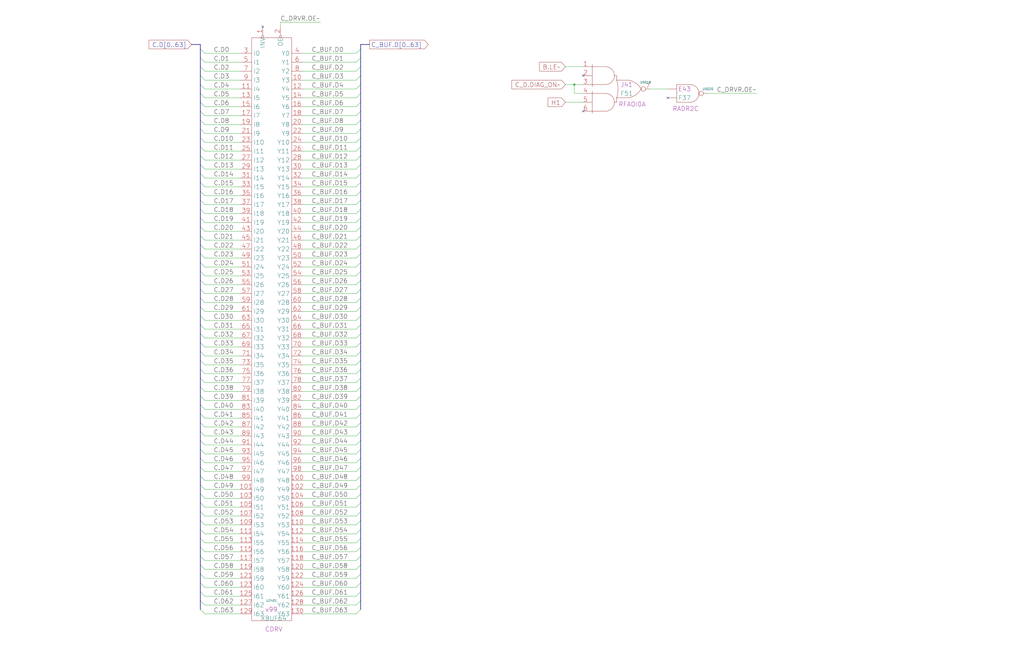
<source format=kicad_sch>
(kicad_sch (version 20230121) (generator eeschema)
  (paper "User" 584.2 378.46)
  (title_block (title "C BUS DRIVER") (date "22-MAR-90") (rev "1.0") (comment 1 "VALUE") (comment 2 "232-003063") (comment 3 "S400") (comment 4 "RELEASED"))
  (lib_symbols
    (symbol "r1000:F37" (pin_numbers hide) (pin_names (offset 0) hide)
      (property "Reference" "U" (at 15.24 0 0))
      (property "Value" "F37" (at 1.905 -5.08 0))
      (property "Location" "___" (at 1.905 0 0))
      (property "Name" "______" (at 2.54 -12.7 0))
      (symbol "F37_0_1"
        (polyline (pts (xy -2.54 -7.62) (xy 5.08 -7.62)) (stroke (width 0.1524)))
        (polyline (pts (xy -2.54 2.54) (xy -2.54 -7.62)) (stroke (width 0.1524)))
        (polyline (pts (xy -2.54 2.54) (xy 5.08 2.54)) (stroke (width 0.1524)))
        (arc (start 5.08 -7.62) (mid 10.1282 -2.54) (end 5.08 2.54) (stroke (width 0.1524)))
        (circle (center 11.43 -2.54) (radius 1.27) (stroke (width 0.1524)))
      )
      (symbol "F37_0_2"
        (circle (center -3.81 -5.08) (radius 1.27) (stroke (width 0.1524)))
        (circle (center -3.81 0) (radius 1.27) (stroke (width 0.1524)))
        (arc (start -3.175 -7.62) (mid -2.134 -2.54) (end -3.175 2.54) (stroke (width 0.1524)))
        (polyline (pts (xy -3.175 -7.62) (xy 3.81 -7.62)) (stroke (width 0.1524)))
        (polyline (pts (xy -3.175 2.54) (xy 3.81 2.54)) (stroke (width 0.1524)))
        (arc (start 3.81 -7.62) (mid 7.5855 -5.8306) (end 10.16 -2.54) (stroke (width 0.1524)))
        (arc (start 10.16 -2.54) (mid 7.5827 0.7471) (end 3.81 2.54) (stroke (width 0.1524)))
      )
      (symbol "F37_1_1"
        (pin input line (at -7.62 0 0) (length 5.08) (name "D0") (number "1"))
        (pin input line (at -7.62 -5.08 0) (length 5.08) (name "D1") (number "2"))
        (pin output line (at 15.24 -2.54 180) (length 2.54) (name "Q") (number "3"))
      )
      (symbol "F37_1_2"
        (pin input line (at -7.62 0 0) (length 2.54) (name "D0") (number "1"))
        (pin input line (at -7.62 -5.08 0) (length 2.54) (name "D1") (number "2"))
        (pin output line (at 15.24 -2.54 180) (length 5.08) (name "Q") (number "3"))
      )
    )
    (symbol "r1000:F51" (pin_names hide)
      (property "Reference" "U" (at 12.7 1.27 0))
      (property "Value" "F51" (at 1.905 -5.08 0))
      (property "Location" "___" (at 1.905 0 0))
      (property "Name" "______" (at 5.08 -12.7 0))
      (symbol "F51_0_0"
        (arc (start -10.16 -15.24) (mid -6.5679 -13.7521) (end -5.08 -10.16) (stroke (width 0.1524)))
        (arc (start -10.16 0) (mid -6.5679 1.4879) (end -5.08 5.08) (stroke (width 0.1524)))
        (arc (start -5.08 -10.16) (mid -6.5679 -6.5679) (end -10.16 -5.08) (stroke (width 0.1524)))
        (arc (start -5.08 5.08) (mid -6.5679 8.6721) (end -10.16 10.16) (stroke (width 0.1524)))
        (arc (start -3.8173 -7.62) (mid -2.9926 -2.54) (end -3.8173 2.54) (stroke (width 0.1524)))
        (polyline (pts (xy -20.32 -15.24) (xy -17.78 -15.24)) (stroke (width 0.1524)))
        (polyline (pts (xy -20.32 -10.16) (xy -17.78 -10.16)) (stroke (width 0.1524)))
        (polyline (pts (xy -20.32 -5.08) (xy -17.78 -5.08)) (stroke (width 0.1524)))
        (polyline (pts (xy -20.32 0) (xy -17.78 0)) (stroke (width 0.1524)))
        (polyline (pts (xy -20.32 5.08) (xy -17.78 5.08)) (stroke (width 0.1524)))
        (polyline (pts (xy -20.32 10.16) (xy -17.78 10.16)) (stroke (width 0.1524)))
        (polyline (pts (xy -17.78 -3.81) (xy -17.78 -16.51)) (stroke (width 0.1524)))
        (polyline (pts (xy -17.78 11.43) (xy -17.78 -1.27)) (stroke (width 0.1524)))
        (polyline (pts (xy -10.16 -15.24) (xy -17.78 -15.24)) (stroke (width 0.1524)))
        (polyline (pts (xy -10.16 -5.08) (xy -17.78 -5.08)) (stroke (width 0.1524)))
        (polyline (pts (xy -10.16 0) (xy -17.78 0)) (stroke (width 0.1524)))
        (polyline (pts (xy -10.16 10.16) (xy -17.78 10.16)) (stroke (width 0.1524)))
        (polyline (pts (xy -3.81 -7.62) (xy 2.54 -7.62)) (stroke (width 0.1524)))
        (polyline (pts (xy -3.81 2.54) (xy 2.54 2.54)) (stroke (width 0.1524)))
        (polyline (pts (xy -5.08 -10.16) (xy -3.81 -10.16) (xy -3.81 -7.62)) (stroke (width 0.1524)))
        (polyline (pts (xy -5.08 5.08) (xy -3.81 5.08) (xy -3.81 2.54)) (stroke (width 0.1524)))
        (arc (start 2.54 -7.62) (mid 6.9504 -5.9805) (end 10.16 -2.54) (stroke (width 0.1524)))
        (arc (start 10.16 -2.54) (mid 6.9516 0.9024) (end 2.54 2.54) (stroke (width 0.1524)))
        (circle (center 11.43 -2.54) (radius 1.27) (stroke (width 0.1524)))
      )
      (symbol "F51_1_1"
        (pin input line (at -22.86 10.16 0) (length 2.54) (name "A1") (number "1"))
        (pin input line (at -22.86 5.08 0) (length 2.54) (name "A2") (number "2"))
        (pin input line (at -22.86 0 0) (length 2.54) (name "A3") (number "3"))
        (pin input line (at -22.86 -5.08 0) (length 2.54) (name "B1") (number "4"))
        (pin input line (at -22.86 -10.16 0) (length 2.54) (name "B2") (number "5"))
        (pin input line (at -22.86 -15.24 0) (length 2.54) (name "B3") (number "6"))
        (pin output line (at 15.24 -2.54 180) (length 2.54) (name "Q") (number "7"))
      )
    )
    (symbol "r1000:XBUF64" (pin_names (offset 1.016))
      (property "Reference" "U" (at 2.54 5.08 0))
      (property "Value" "XBUF64" (at -3.81 -5.08 0))
      (property "Location" "___" (at -1.27 0 0))
      (property "Name" "______" (at 3.81 -12.7 0))
      (symbol "XBUF64_1_1"
        (rectangle (start -8.89 326.39) (end 13.97 -6.35))
        (circle (center -2.54 327.025) (radius 0.635))
        (circle (center 7.62 327.025) (radius 0.635))
        (pin input line (at -2.54 332.74 270) (length 5.08) (name "INV") (number "1"))
        (pin tri_state line (at 20.32 302.26 180) (length 6.35) (name "Y3") (number "10"))
        (pin tri_state line (at 20.32 73.66 180) (length 6.35) (name "Y48") (number "100"))
        (pin input line (at -15.24 68.58 0) (length 6.35) (name "I49") (number "101"))
        (pin tri_state line (at 20.32 68.58 180) (length 6.35) (name "Y49") (number "102"))
        (pin input line (at -15.24 63.5 0) (length 6.35) (name "I50") (number "103"))
        (pin tri_state line (at 20.32 63.5 180) (length 6.35) (name "Y50") (number "104"))
        (pin input line (at -15.24 58.42 0) (length 6.35) (name "I51") (number "105"))
        (pin tri_state line (at 20.32 58.42 180) (length 6.35) (name "Y51") (number "106"))
        (pin input line (at -15.24 53.34 0) (length 6.35) (name "I52") (number "107"))
        (pin tri_state line (at 20.32 53.34 180) (length 6.35) (name "Y52") (number "108"))
        (pin input line (at -15.24 48.26 0) (length 6.35) (name "I53") (number "109"))
        (pin input line (at -15.24 297.18 0) (length 6.35) (name "I4") (number "11"))
        (pin tri_state line (at 20.32 48.26 180) (length 6.35) (name "Y53") (number "110"))
        (pin input line (at -15.24 43.18 0) (length 6.35) (name "I54") (number "111"))
        (pin tri_state line (at 20.32 43.18 180) (length 6.35) (name "Y54") (number "112"))
        (pin input line (at -15.24 38.1 0) (length 6.35) (name "I55") (number "113"))
        (pin tri_state line (at 20.32 38.1 180) (length 6.35) (name "Y55") (number "114"))
        (pin input line (at -15.24 33.02 0) (length 6.35) (name "I56") (number "115"))
        (pin tri_state line (at 20.32 33.02 180) (length 6.35) (name "Y56") (number "116"))
        (pin input line (at -15.24 27.94 0) (length 6.35) (name "I57") (number "117"))
        (pin tri_state line (at 20.32 27.94 180) (length 6.35) (name "Y57") (number "118"))
        (pin input line (at -15.24 22.86 0) (length 6.35) (name "I58") (number "119"))
        (pin tri_state line (at 20.32 297.18 180) (length 6.35) (name "Y4") (number "12"))
        (pin tri_state line (at 20.32 22.86 180) (length 6.35) (name "Y58") (number "120"))
        (pin input line (at -15.24 17.78 0) (length 6.35) (name "I59") (number "121"))
        (pin tri_state line (at 20.32 17.78 180) (length 6.35) (name "Y59") (number "122"))
        (pin input line (at -15.24 12.7 0) (length 6.35) (name "I60") (number "123"))
        (pin tri_state line (at 20.32 12.7 180) (length 6.35) (name "Y60") (number "124"))
        (pin input line (at -15.24 7.62 0) (length 6.35) (name "I61") (number "125"))
        (pin tri_state line (at 20.32 7.62 180) (length 6.35) (name "Y61") (number "126"))
        (pin input line (at -15.24 2.54 0) (length 6.35) (name "I62") (number "127"))
        (pin tri_state line (at 20.32 2.54 180) (length 6.35) (name "Y62") (number "128"))
        (pin input line (at -15.24 -2.54 0) (length 6.35) (name "I63") (number "129"))
        (pin input line (at -15.24 292.1 0) (length 6.35) (name "I5") (number "13"))
        (pin tri_state line (at 20.32 -2.54 180) (length 6.35) (name "Y63") (number "130"))
        (pin tri_state line (at 20.32 292.1 180) (length 6.35) (name "Y5") (number "14"))
        (pin input line (at -15.24 287.02 0) (length 6.35) (name "I6") (number "15"))
        (pin tri_state line (at 20.32 287.02 180) (length 6.35) (name "Y6") (number "16"))
        (pin input line (at -15.24 281.94 0) (length 6.35) (name "I7") (number "17"))
        (pin tri_state line (at 20.32 281.94 180) (length 6.35) (name "Y7") (number "18"))
        (pin input line (at -15.24 276.86 0) (length 6.35) (name "I8") (number "19"))
        (pin input line (at 7.62 332.74 270) (length 5.08) (name "OE") (number "2"))
        (pin tri_state line (at 20.32 276.86 180) (length 6.35) (name "Y8") (number "20"))
        (pin input line (at -15.24 271.78 0) (length 6.35) (name "I9") (number "21"))
        (pin tri_state line (at 20.32 271.78 180) (length 6.35) (name "Y9") (number "22"))
        (pin input line (at -15.24 266.7 0) (length 6.35) (name "I10") (number "23"))
        (pin tri_state line (at 20.32 266.7 180) (length 6.35) (name "Y10") (number "24"))
        (pin input line (at -15.24 261.62 0) (length 6.35) (name "I11") (number "25"))
        (pin tri_state line (at 20.32 261.62 180) (length 6.35) (name "Y11") (number "26"))
        (pin input line (at -15.24 256.54 0) (length 6.35) (name "I12") (number "27"))
        (pin tri_state line (at 20.32 256.54 180) (length 6.35) (name "Y12") (number "28"))
        (pin input line (at -15.24 251.46 0) (length 6.35) (name "I13") (number "29"))
        (pin input line (at -15.24 317.5 0) (length 6.35) (name "I0") (number "3"))
        (pin tri_state line (at 20.32 251.46 180) (length 6.35) (name "Y13") (number "30"))
        (pin input line (at -15.24 246.38 0) (length 6.35) (name "I14") (number "31"))
        (pin tri_state line (at 20.32 246.38 180) (length 6.35) (name "Y14") (number "32"))
        (pin input line (at -15.24 241.3 0) (length 6.35) (name "I15") (number "33"))
        (pin tri_state line (at 20.32 241.3 180) (length 6.35) (name "Y15") (number "34"))
        (pin input line (at -15.24 236.22 0) (length 6.35) (name "I16") (number "35"))
        (pin tri_state line (at 20.32 236.22 180) (length 6.35) (name "Y16") (number "36"))
        (pin input line (at -15.24 231.14 0) (length 6.35) (name "I17") (number "37"))
        (pin tri_state line (at 20.32 231.14 180) (length 6.35) (name "Y17") (number "38"))
        (pin input line (at -15.24 226.06 0) (length 6.35) (name "I18") (number "39"))
        (pin tri_state line (at 20.32 317.5 180) (length 6.35) (name "Y0") (number "4"))
        (pin tri_state line (at 20.32 226.06 180) (length 6.35) (name "Y18") (number "40"))
        (pin input line (at -15.24 220.98 0) (length 6.35) (name "I19") (number "41"))
        (pin tri_state line (at 20.32 220.98 180) (length 6.35) (name "Y19") (number "42"))
        (pin input line (at -15.24 215.9 0) (length 6.35) (name "I20") (number "43"))
        (pin tri_state line (at 20.32 215.9 180) (length 6.35) (name "Y20") (number "44"))
        (pin input line (at -15.24 210.82 0) (length 6.35) (name "I21") (number "45"))
        (pin tri_state line (at 20.32 210.82 180) (length 6.35) (name "Y21") (number "46"))
        (pin input line (at -15.24 205.74 0) (length 6.35) (name "I22") (number "47"))
        (pin tri_state line (at 20.32 205.74 180) (length 6.35) (name "Y22") (number "48"))
        (pin input line (at -15.24 200.66 0) (length 6.35) (name "I23") (number "49"))
        (pin input line (at -15.24 312.42 0) (length 6.35) (name "I1") (number "5"))
        (pin tri_state line (at 20.32 200.66 180) (length 6.35) (name "Y23") (number "50"))
        (pin input line (at -15.24 195.58 0) (length 6.35) (name "I24") (number "51"))
        (pin tri_state line (at 20.32 195.58 180) (length 6.35) (name "Y24") (number "52"))
        (pin input line (at -15.24 190.5 0) (length 6.35) (name "I25") (number "53"))
        (pin tri_state line (at 20.32 190.5 180) (length 6.35) (name "Y25") (number "54"))
        (pin input line (at -15.24 185.42 0) (length 6.35) (name "I26") (number "55"))
        (pin tri_state line (at 20.32 185.42 180) (length 6.35) (name "Y26") (number "56"))
        (pin input line (at -15.24 180.34 0) (length 6.35) (name "I27") (number "57"))
        (pin tri_state line (at 20.32 180.34 180) (length 6.35) (name "Y27") (number "58"))
        (pin input line (at -15.24 175.26 0) (length 6.35) (name "I28") (number "59"))
        (pin tri_state line (at 20.32 312.42 180) (length 6.35) (name "Y1") (number "6"))
        (pin tri_state line (at 20.32 175.26 180) (length 6.35) (name "Y28") (number "60"))
        (pin input line (at -15.24 170.18 0) (length 6.35) (name "I29") (number "61"))
        (pin tri_state line (at 20.32 170.18 180) (length 6.35) (name "Y29") (number "62"))
        (pin input line (at -15.24 165.1 0) (length 6.35) (name "I30") (number "63"))
        (pin tri_state line (at 20.32 165.1 180) (length 6.35) (name "Y30") (number "64"))
        (pin input line (at -15.24 160.02 0) (length 6.35) (name "I31") (number "65"))
        (pin tri_state line (at 20.32 160.02 180) (length 6.35) (name "Y31") (number "66"))
        (pin input line (at -15.24 154.94 0) (length 6.35) (name "I32") (number "67"))
        (pin tri_state line (at 20.32 154.94 180) (length 6.35) (name "Y32") (number "68"))
        (pin input line (at -15.24 149.86 0) (length 6.35) (name "I33") (number "69"))
        (pin input line (at -15.24 307.34 0) (length 6.35) (name "I2") (number "7"))
        (pin tri_state line (at 20.32 149.86 180) (length 6.35) (name "Y33") (number "70"))
        (pin input line (at -15.24 144.78 0) (length 6.35) (name "I34") (number "71"))
        (pin tri_state line (at 20.32 144.78 180) (length 6.35) (name "Y34") (number "72"))
        (pin input line (at -15.24 139.7 0) (length 6.35) (name "I35") (number "73"))
        (pin tri_state line (at 20.32 139.7 180) (length 6.35) (name "Y35") (number "74"))
        (pin input line (at -15.24 134.62 0) (length 6.35) (name "I36") (number "75"))
        (pin tri_state line (at 20.32 134.62 180) (length 6.35) (name "Y36") (number "76"))
        (pin input line (at -15.24 129.54 0) (length 6.35) (name "I37") (number "77"))
        (pin tri_state line (at 20.32 129.54 180) (length 6.35) (name "Y37") (number "78"))
        (pin input line (at -15.24 124.46 0) (length 6.35) (name "I38") (number "79"))
        (pin tri_state line (at 20.32 307.34 180) (length 6.35) (name "Y2") (number "8"))
        (pin tri_state line (at 20.32 124.46 180) (length 6.35) (name "Y38") (number "80"))
        (pin input line (at -15.24 119.38 0) (length 6.35) (name "I39") (number "81"))
        (pin tri_state line (at 20.32 119.38 180) (length 6.35) (name "Y39") (number "82"))
        (pin input line (at -15.24 114.3 0) (length 6.35) (name "I40") (number "83"))
        (pin tri_state line (at 20.32 114.3 180) (length 6.35) (name "Y40") (number "84"))
        (pin input line (at -15.24 109.22 0) (length 6.35) (name "I41") (number "85"))
        (pin tri_state line (at 20.32 109.22 180) (length 6.35) (name "Y41") (number "86"))
        (pin input line (at -15.24 104.14 0) (length 6.35) (name "I42") (number "87"))
        (pin tri_state line (at 20.32 104.14 180) (length 6.35) (name "Y42") (number "88"))
        (pin input line (at -15.24 99.06 0) (length 6.35) (name "I43") (number "89"))
        (pin input line (at -15.24 302.26 0) (length 6.35) (name "I3") (number "9"))
        (pin tri_state line (at 20.32 99.06 180) (length 6.35) (name "Y43") (number "90"))
        (pin input line (at -15.24 93.98 0) (length 6.35) (name "I44") (number "91"))
        (pin tri_state line (at 20.32 93.98 180) (length 6.35) (name "Y44") (number "92"))
        (pin input line (at -15.24 88.9 0) (length 6.35) (name "I45") (number "93"))
        (pin tri_state line (at 20.32 88.9 180) (length 6.35) (name "Y45") (number "94"))
        (pin input line (at -15.24 83.82 0) (length 6.35) (name "I46") (number "95"))
        (pin tri_state line (at 20.32 83.82 180) (length 6.35) (name "Y46") (number "96"))
        (pin input line (at -15.24 78.74 0) (length 6.35) (name "I47") (number "97"))
        (pin tri_state line (at 20.32 78.74 180) (length 6.35) (name "Y47") (number "98"))
        (pin input line (at -15.24 73.66 0) (length 6.35) (name "I48") (number "99"))
      )
    )
  )
  (junction (at 327.66 48.26))
  (no_connect (at 381 55.88))
  (no_connect (at 332.74 63.5))
  (no_connect (at 149.86 15.24))
  (no_connect (at 332.74 43.18))
  (bus_entry (at 205.74 53.34) (size -2.54 2.54))
  (bus_entry (at 205.74 73.66) (size -2.54 2.54))
  (bus_entry (at 114.3 170.18) (size 2.54 2.54))
  (bus_entry (at 205.74 322.58) (size -2.54 2.54))
  (bus_entry (at 205.74 236.22) (size -2.54 2.54))
  (bus_entry (at 205.74 256.54) (size -2.54 2.54))
  (bus_entry (at 114.3 337.82) (size 2.54 2.54))
  (bus_entry (at 114.3 109.22) (size 2.54 2.54))
  (bus_entry (at 205.74 175.26) (size -2.54 2.54))
  (bus_entry (at 205.74 215.9) (size -2.54 2.54))
  (bus_entry (at 205.74 83.82) (size -2.54 2.54))
  (bus_entry (at 114.3 241.3) (size 2.54 2.54))
  (bus_entry (at 114.3 134.62) (size 2.54 2.54))
  (bus_entry (at 114.3 68.58) (size 2.54 2.54))
  (bus_entry (at 114.3 281.94) (size 2.54 2.54))
  (bus_entry (at 114.3 53.34) (size 2.54 2.54))
  (bus_entry (at 114.3 261.62) (size 2.54 2.54))
  (bus_entry (at 114.3 154.94) (size 2.54 2.54))
  (bus_entry (at 114.3 205.74) (size 2.54 2.54))
  (bus_entry (at 114.3 114.3) (size 2.54 2.54))
  (bus_entry (at 114.3 292.1) (size 2.54 2.54))
  (bus_entry (at 114.3 266.7) (size 2.54 2.54))
  (bus_entry (at 114.3 83.82) (size 2.54 2.54))
  (bus_entry (at 205.74 63.5) (size -2.54 2.54))
  (bus_entry (at 114.3 58.42) (size 2.54 2.54))
  (bus_entry (at 205.74 170.18) (size -2.54 2.54))
  (bus_entry (at 205.74 307.34) (size -2.54 2.54))
  (bus_entry (at 205.74 337.82) (size -2.54 2.54))
  (bus_entry (at 114.3 297.18) (size 2.54 2.54))
  (bus_entry (at 205.74 93.98) (size -2.54 2.54))
  (bus_entry (at 205.74 109.22) (size -2.54 2.54))
  (bus_entry (at 114.3 27.94) (size 2.54 2.54))
  (bus_entry (at 205.74 327.66) (size -2.54 2.54))
  (bus_entry (at 114.3 63.5) (size 2.54 2.54))
  (bus_entry (at 114.3 190.5) (size 2.54 2.54))
  (bus_entry (at 205.74 114.3) (size -2.54 2.54))
  (bus_entry (at 205.74 144.78) (size -2.54 2.54))
  (bus_entry (at 114.3 48.26) (size 2.54 2.54))
  (bus_entry (at 114.3 73.66) (size 2.54 2.54))
  (bus_entry (at 114.3 231.14) (size 2.54 2.54))
  (bus_entry (at 205.74 231.14) (size -2.54 2.54))
  (bus_entry (at 114.3 327.66) (size 2.54 2.54))
  (bus_entry (at 205.74 297.18) (size -2.54 2.54))
  (bus_entry (at 114.3 180.34) (size 2.54 2.54))
  (bus_entry (at 114.3 276.86) (size 2.54 2.54))
  (bus_entry (at 205.74 154.94) (size -2.54 2.54))
  (bus_entry (at 205.74 104.14) (size -2.54 2.54))
  (bus_entry (at 205.74 58.42) (size -2.54 2.54))
  (bus_entry (at 114.3 220.98) (size 2.54 2.54))
  (bus_entry (at 205.74 27.94) (size -2.54 2.54))
  (bus_entry (at 205.74 226.06) (size -2.54 2.54))
  (bus_entry (at 114.3 307.34) (size 2.54 2.54))
  (bus_entry (at 205.74 220.98) (size -2.54 2.54))
  (bus_entry (at 114.3 332.74) (size 2.54 2.54))
  (bus_entry (at 114.3 160.02) (size 2.54 2.54))
  (bus_entry (at 205.74 78.74) (size -2.54 2.54))
  (bus_entry (at 114.3 185.42) (size 2.54 2.54))
  (bus_entry (at 205.74 271.78) (size -2.54 2.54))
  (bus_entry (at 114.3 236.22) (size 2.54 2.54))
  (bus_entry (at 114.3 165.1) (size 2.54 2.54))
  (bus_entry (at 205.74 317.5) (size -2.54 2.54))
  (bus_entry (at 114.3 149.86) (size 2.54 2.54))
  (bus_entry (at 114.3 200.66) (size 2.54 2.54))
  (bus_entry (at 205.74 205.74) (size -2.54 2.54))
  (bus_entry (at 114.3 347.98) (size 2.54 2.54))
  (bus_entry (at 205.74 160.02) (size -2.54 2.54))
  (bus_entry (at 114.3 78.74) (size 2.54 2.54))
  (bus_entry (at 114.3 271.78) (size 2.54 2.54))
  (bus_entry (at 205.74 68.58) (size -2.54 2.54))
  (bus_entry (at 205.74 276.86) (size -2.54 2.54))
  (bus_entry (at 114.3 144.78) (size 2.54 2.54))
  (bus_entry (at 205.74 149.86) (size -2.54 2.54))
  (bus_entry (at 205.74 185.42) (size -2.54 2.54))
  (bus_entry (at 114.3 139.7) (size 2.54 2.54))
  (bus_entry (at 205.74 139.7) (size -2.54 2.54))
  (bus_entry (at 114.3 99.06) (size 2.54 2.54))
  (bus_entry (at 114.3 33.02) (size 2.54 2.54))
  (bus_entry (at 205.74 312.42) (size -2.54 2.54))
  (bus_entry (at 205.74 180.34) (size -2.54 2.54))
  (bus_entry (at 205.74 190.5) (size -2.54 2.54))
  (bus_entry (at 114.3 246.38) (size 2.54 2.54))
  (bus_entry (at 205.74 292.1) (size -2.54 2.54))
  (bus_entry (at 114.3 38.1) (size 2.54 2.54))
  (bus_entry (at 205.74 200.66) (size -2.54 2.54))
  (bus_entry (at 205.74 241.3) (size -2.54 2.54))
  (bus_entry (at 205.74 302.26) (size -2.54 2.54))
  (bus_entry (at 205.74 347.98) (size -2.54 2.54))
  (bus_entry (at 114.3 210.82) (size 2.54 2.54))
  (bus_entry (at 205.74 251.46) (size -2.54 2.54))
  (bus_entry (at 114.3 104.14) (size 2.54 2.54))
  (bus_entry (at 114.3 88.9) (size 2.54 2.54))
  (bus_entry (at 205.74 43.18) (size -2.54 2.54))
  (bus_entry (at 205.74 261.62) (size -2.54 2.54))
  (bus_entry (at 114.3 43.18) (size 2.54 2.54))
  (bus_entry (at 205.74 266.7) (size -2.54 2.54))
  (bus_entry (at 205.74 210.82) (size -2.54 2.54))
  (bus_entry (at 114.3 129.54) (size 2.54 2.54))
  (bus_entry (at 114.3 312.42) (size 2.54 2.54))
  (bus_entry (at 205.74 134.62) (size -2.54 2.54))
  (bus_entry (at 114.3 119.38) (size 2.54 2.54))
  (bus_entry (at 205.74 246.38) (size -2.54 2.54))
  (bus_entry (at 205.74 33.02) (size -2.54 2.54))
  (bus_entry (at 205.74 195.58) (size -2.54 2.54))
  (bus_entry (at 205.74 165.1) (size -2.54 2.54))
  (bus_entry (at 114.3 256.54) (size 2.54 2.54))
  (bus_entry (at 205.74 332.74) (size -2.54 2.54))
  (bus_entry (at 205.74 38.1) (size -2.54 2.54))
  (bus_entry (at 205.74 88.9) (size -2.54 2.54))
  (bus_entry (at 205.74 48.26) (size -2.54 2.54))
  (bus_entry (at 205.74 99.06) (size -2.54 2.54))
  (bus_entry (at 114.3 342.9) (size 2.54 2.54))
  (bus_entry (at 114.3 124.46) (size 2.54 2.54))
  (bus_entry (at 114.3 317.5) (size 2.54 2.54))
  (bus_entry (at 205.74 281.94) (size -2.54 2.54))
  (bus_entry (at 114.3 175.26) (size 2.54 2.54))
  (bus_entry (at 114.3 302.26) (size 2.54 2.54))
  (bus_entry (at 114.3 287.02) (size 2.54 2.54))
  (bus_entry (at 205.74 342.9) (size -2.54 2.54))
  (bus_entry (at 205.74 124.46) (size -2.54 2.54))
  (bus_entry (at 114.3 322.58) (size 2.54 2.54))
  (bus_entry (at 205.74 129.54) (size -2.54 2.54))
  (bus_entry (at 114.3 195.58) (size 2.54 2.54))
  (bus_entry (at 114.3 251.46) (size 2.54 2.54))
  (bus_entry (at 205.74 119.38) (size -2.54 2.54))
  (bus_entry (at 114.3 226.06) (size 2.54 2.54))
  (bus_entry (at 114.3 215.9) (size 2.54 2.54))
  (bus_entry (at 205.74 287.02) (size -2.54 2.54))
  (bus_entry (at 114.3 93.98) (size 2.54 2.54))
  (wire (pts (xy 116.84 40.64) (xy 137.16 40.64)))
  (wire (pts (xy 116.84 177.8) (xy 137.16 177.8)))
  (bus (pts (xy 205.74 38.1) (xy 205.74 43.18)))
  (wire (pts (xy 116.84 182.88) (xy 137.16 182.88)))
  (bus (pts (xy 114.3 332.74) (xy 114.3 337.82)))
  (bus (pts (xy 205.74 27.94) (xy 205.74 33.02)))
  (bus (pts (xy 205.74 48.26) (xy 205.74 53.34)))
  (wire (pts (xy 116.84 45.72) (xy 137.16 45.72)))
  (bus (pts (xy 205.74 281.94) (xy 205.74 287.02)))
  (bus (pts (xy 114.3 261.62) (xy 114.3 266.7)))
  (bus (pts (xy 205.74 307.34) (xy 205.74 312.42)))
  (wire (pts (xy 327.66 48.26) (xy 332.74 48.26)))
  (wire (pts (xy 116.84 248.92) (xy 137.16 248.92)))
  (wire (pts (xy 172.72 35.56) (xy 203.2 35.56)))
  (bus (pts (xy 114.3 139.7) (xy 114.3 144.78)))
  (wire (pts (xy 116.84 218.44) (xy 137.16 218.44)))
  (bus (pts (xy 114.3 297.18) (xy 114.3 302.26)))
  (wire (pts (xy 116.84 86.36) (xy 137.16 86.36)))
  (bus (pts (xy 114.3 160.02) (xy 114.3 165.1)))
  (bus (pts (xy 114.3 271.78) (xy 114.3 276.86)))
  (wire (pts (xy 116.84 269.24) (xy 137.16 269.24)))
  (bus (pts (xy 114.3 236.22) (xy 114.3 241.3)))
  (bus (pts (xy 205.74 109.22) (xy 205.74 114.3)))
  (bus (pts (xy 205.74 53.34) (xy 205.74 58.42)))
  (wire (pts (xy 116.84 233.68) (xy 137.16 233.68)))
  (wire (pts (xy 172.72 71.12) (xy 203.2 71.12)))
  (wire (pts (xy 116.84 167.64) (xy 137.16 167.64)))
  (wire (pts (xy 172.72 162.56) (xy 203.2 162.56)))
  (wire (pts (xy 116.84 132.08) (xy 137.16 132.08)))
  (wire (pts (xy 116.84 121.92) (xy 137.16 121.92)))
  (bus (pts (xy 114.3 78.74) (xy 114.3 83.82)))
  (bus (pts (xy 205.74 139.7) (xy 205.74 144.78)))
  (bus (pts (xy 114.3 149.86) (xy 114.3 154.94)))
  (wire (pts (xy 116.84 228.6) (xy 137.16 228.6)))
  (bus (pts (xy 114.3 337.82) (xy 114.3 342.9)))
  (bus (pts (xy 114.3 287.02) (xy 114.3 292.1)))
  (bus (pts (xy 205.74 292.1) (xy 205.74 297.18)))
  (bus (pts (xy 114.3 43.18) (xy 114.3 48.26)))
  (wire (pts (xy 403.86 53.34) (xy 431.8 53.34)))
  (bus (pts (xy 114.3 134.62) (xy 114.3 139.7)))
  (wire (pts (xy 172.72 40.64) (xy 203.2 40.64)))
  (bus (pts (xy 205.74 58.42) (xy 205.74 63.5)))
  (wire (pts (xy 172.72 203.2) (xy 203.2 203.2)))
  (bus (pts (xy 114.3 33.02) (xy 114.3 38.1)))
  (bus (pts (xy 114.3 25.4) (xy 114.3 27.94)))
  (bus (pts (xy 114.3 205.74) (xy 114.3 210.82)))
  (wire (pts (xy 116.84 340.36) (xy 137.16 340.36)))
  (bus (pts (xy 205.74 231.14) (xy 205.74 236.22)))
  (wire (pts (xy 332.74 38.1) (xy 322.58 38.1)))
  (wire (pts (xy 116.84 320.04) (xy 137.16 320.04)))
  (wire (pts (xy 160.02 12.7) (xy 160.02 15.24)))
  (wire (pts (xy 116.84 243.84) (xy 137.16 243.84)))
  (bus (pts (xy 114.3 195.58) (xy 114.3 200.66)))
  (bus (pts (xy 114.3 165.1) (xy 114.3 170.18)))
  (bus (pts (xy 114.3 241.3) (xy 114.3 246.38)))
  (bus (pts (xy 205.74 190.5) (xy 205.74 195.58)))
  (bus (pts (xy 114.3 53.34) (xy 114.3 58.42)))
  (wire (pts (xy 116.84 289.56) (xy 137.16 289.56)))
  (bus (pts (xy 205.74 25.4) (xy 205.74 27.94)))
  (wire (pts (xy 116.84 203.2) (xy 137.16 203.2)))
  (wire (pts (xy 172.72 238.76) (xy 203.2 238.76)))
  (bus (pts (xy 205.74 124.46) (xy 205.74 129.54)))
  (bus (pts (xy 205.74 241.3) (xy 205.74 246.38)))
  (bus (pts (xy 205.74 78.74) (xy 205.74 83.82)))
  (wire (pts (xy 116.84 30.48) (xy 137.16 30.48)))
  (wire (pts (xy 116.84 238.76) (xy 137.16 238.76)))
  (wire (pts (xy 172.72 172.72) (xy 203.2 172.72)))
  (wire (pts (xy 116.84 152.4) (xy 137.16 152.4)))
  (wire (pts (xy 172.72 208.28) (xy 203.2 208.28)))
  (wire (pts (xy 172.72 193.04) (xy 203.2 193.04)))
  (wire (pts (xy 172.72 325.12) (xy 203.2 325.12)))
  (bus (pts (xy 205.74 332.74) (xy 205.74 337.82)))
  (wire (pts (xy 116.84 213.36) (xy 137.16 213.36)))
  (bus (pts (xy 205.74 185.42) (xy 205.74 190.5)))
  (bus (pts (xy 205.74 246.38) (xy 205.74 251.46)))
  (bus (pts (xy 114.3 342.9) (xy 114.3 347.98)))
  (wire (pts (xy 116.84 198.12) (xy 137.16 198.12)))
  (wire (pts (xy 172.72 76.2) (xy 203.2 76.2)))
  (wire (pts (xy 172.72 116.84) (xy 203.2 116.84)))
  (wire (pts (xy 172.72 274.32) (xy 203.2 274.32)))
  (bus (pts (xy 114.3 109.22) (xy 114.3 114.3)))
  (bus (pts (xy 205.74 251.46) (xy 205.74 256.54)))
  (bus (pts (xy 205.74 43.18) (xy 205.74 48.26)))
  (bus (pts (xy 114.3 307.34) (xy 114.3 312.42)))
  (wire (pts (xy 116.84 299.72) (xy 137.16 299.72)))
  (wire (pts (xy 116.84 127) (xy 137.16 127)))
  (wire (pts (xy 172.72 294.64) (xy 203.2 294.64)))
  (wire (pts (xy 172.72 182.88) (xy 203.2 182.88)))
  (bus (pts (xy 114.3 129.54) (xy 114.3 134.62)))
  (wire (pts (xy 172.72 187.96) (xy 203.2 187.96)))
  (wire (pts (xy 172.72 304.8) (xy 203.2 304.8)))
  (wire (pts (xy 172.72 101.6) (xy 203.2 101.6)))
  (wire (pts (xy 172.72 233.68) (xy 203.2 233.68)))
  (wire (pts (xy 116.84 71.12) (xy 137.16 71.12)))
  (wire (pts (xy 172.72 142.24) (xy 203.2 142.24)))
  (bus (pts (xy 114.3 83.82) (xy 114.3 88.9)))
  (bus (pts (xy 114.3 276.86) (xy 114.3 281.94)))
  (wire (pts (xy 172.72 269.24) (xy 203.2 269.24)))
  (bus (pts (xy 205.74 200.66) (xy 205.74 205.74)))
  (wire (pts (xy 172.72 198.12) (xy 203.2 198.12)))
  (bus (pts (xy 114.3 215.9) (xy 114.3 220.98)))
  (wire (pts (xy 172.72 279.4) (xy 203.2 279.4)))
  (bus (pts (xy 205.74 63.5) (xy 205.74 68.58)))
  (wire (pts (xy 172.72 259.08) (xy 203.2 259.08)))
  (wire (pts (xy 116.84 187.96) (xy 137.16 187.96)))
  (wire (pts (xy 116.84 345.44) (xy 137.16 345.44)))
  (bus (pts (xy 205.74 144.78) (xy 205.74 149.86)))
  (wire (pts (xy 172.72 147.32) (xy 203.2 147.32)))
  (bus (pts (xy 114.3 104.14) (xy 114.3 109.22)))
  (wire (pts (xy 116.84 162.56) (xy 137.16 162.56)))
  (wire (pts (xy 172.72 309.88) (xy 203.2 309.88)))
  (bus (pts (xy 114.3 114.3) (xy 114.3 119.38)))
  (bus (pts (xy 205.74 154.94) (xy 205.74 160.02)))
  (wire (pts (xy 116.84 101.6) (xy 137.16 101.6)))
  (wire (pts (xy 116.84 142.24) (xy 137.16 142.24)))
  (wire (pts (xy 172.72 254) (xy 203.2 254)))
  (bus (pts (xy 205.74 261.62) (xy 205.74 266.7)))
  (wire (pts (xy 172.72 299.72) (xy 203.2 299.72)))
  (wire (pts (xy 172.72 335.28) (xy 203.2 335.28)))
  (bus (pts (xy 205.74 68.58) (xy 205.74 73.66)))
  (bus (pts (xy 114.3 266.7) (xy 114.3 271.78)))
  (wire (pts (xy 322.58 58.42) (xy 332.74 58.42)))
  (wire (pts (xy 172.72 320.04) (xy 203.2 320.04)))
  (wire (pts (xy 172.72 132.08) (xy 203.2 132.08)))
  (bus (pts (xy 205.74 226.06) (xy 205.74 231.14)))
  (bus (pts (xy 205.74 312.42) (xy 205.74 317.5)))
  (bus (pts (xy 205.74 271.78) (xy 205.74 276.86)))
  (bus (pts (xy 205.74 134.62) (xy 205.74 139.7)))
  (wire (pts (xy 116.84 309.88) (xy 137.16 309.88)))
  (wire (pts (xy 116.84 157.48) (xy 137.16 157.48)))
  (bus (pts (xy 205.74 287.02) (xy 205.74 292.1)))
  (bus (pts (xy 114.3 38.1) (xy 114.3 43.18)))
  (bus (pts (xy 205.74 88.9) (xy 205.74 93.98)))
  (bus (pts (xy 114.3 246.38) (xy 114.3 251.46)))
  (bus (pts (xy 114.3 73.66) (xy 114.3 78.74)))
  (wire (pts (xy 172.72 248.92) (xy 203.2 248.92)))
  (bus (pts (xy 114.3 27.94) (xy 114.3 33.02)))
  (bus (pts (xy 114.3 124.46) (xy 114.3 129.54)))
  (wire (pts (xy 116.84 81.28) (xy 137.16 81.28)))
  (bus (pts (xy 114.3 317.5) (xy 114.3 322.58)))
  (bus (pts (xy 114.3 93.98) (xy 114.3 99.06)))
  (wire (pts (xy 116.84 96.52) (xy 137.16 96.52)))
  (bus (pts (xy 114.3 231.14) (xy 114.3 236.22)))
  (wire (pts (xy 172.72 223.52) (xy 203.2 223.52)))
  (bus (pts (xy 114.3 302.26) (xy 114.3 307.34)))
  (bus (pts (xy 114.3 327.66) (xy 114.3 332.74)))
  (wire (pts (xy 160.02 12.7) (xy 182.88 12.7)))
  (wire (pts (xy 172.72 137.16) (xy 203.2 137.16)))
  (wire (pts (xy 116.84 294.64) (xy 137.16 294.64)))
  (wire (pts (xy 172.72 228.6) (xy 203.2 228.6)))
  (bus (pts (xy 114.3 88.9) (xy 114.3 93.98)))
  (wire (pts (xy 172.72 157.48) (xy 203.2 157.48)))
  (wire (pts (xy 172.72 314.96) (xy 203.2 314.96)))
  (wire (pts (xy 172.72 60.96) (xy 203.2 60.96)))
  (bus (pts (xy 114.3 68.58) (xy 114.3 73.66)))
  (bus (pts (xy 205.74 175.26) (xy 205.74 180.34)))
  (bus (pts (xy 114.3 322.58) (xy 114.3 327.66)))
  (bus (pts (xy 205.74 83.82) (xy 205.74 88.9)))
  (bus (pts (xy 114.3 210.82) (xy 114.3 215.9)))
  (wire (pts (xy 172.72 264.16) (xy 203.2 264.16)))
  (wire (pts (xy 116.84 91.44) (xy 137.16 91.44)))
  (bus (pts (xy 205.74 73.66) (xy 205.74 78.74)))
  (bus (pts (xy 114.3 312.42) (xy 114.3 317.5)))
  (bus (pts (xy 205.74 205.74) (xy 205.74 210.82)))
  (bus (pts (xy 205.74 104.14) (xy 205.74 109.22)))
  (wire (pts (xy 116.84 147.32) (xy 137.16 147.32)))
  (wire (pts (xy 116.84 350.52) (xy 137.16 350.52)))
  (wire (pts (xy 116.84 193.04) (xy 137.16 193.04)))
  (wire (pts (xy 116.84 279.4) (xy 137.16 279.4)))
  (bus (pts (xy 114.3 251.46) (xy 114.3 256.54)))
  (wire (pts (xy 370.84 50.8) (xy 381 50.8)))
  (bus (pts (xy 205.74 302.26) (xy 205.74 307.34)))
  (bus (pts (xy 205.74 93.98) (xy 205.74 99.06)))
  (bus (pts (xy 114.3 99.06) (xy 114.3 104.14)))
  (wire (pts (xy 116.84 111.76) (xy 137.16 111.76)))
  (bus (pts (xy 210.82 25.4) (xy 205.74 25.4)))
  (wire (pts (xy 116.84 254) (xy 137.16 254)))
  (bus (pts (xy 205.74 220.98) (xy 205.74 226.06)))
  (wire (pts (xy 172.72 30.48) (xy 203.2 30.48)))
  (wire (pts (xy 172.72 45.72) (xy 203.2 45.72)))
  (bus (pts (xy 109.22 25.4) (xy 114.3 25.4)))
  (wire (pts (xy 322.58 48.26) (xy 327.66 48.26)))
  (bus (pts (xy 205.74 276.86) (xy 205.74 281.94)))
  (wire (pts (xy 172.72 213.36) (xy 203.2 213.36)))
  (bus (pts (xy 205.74 114.3) (xy 205.74 119.38)))
  (wire (pts (xy 172.72 284.48) (xy 203.2 284.48)))
  (bus (pts (xy 205.74 215.9) (xy 205.74 220.98)))
  (wire (pts (xy 116.84 284.48) (xy 137.16 284.48)))
  (wire (pts (xy 172.72 81.28) (xy 203.2 81.28)))
  (bus (pts (xy 205.74 342.9) (xy 205.74 347.98)))
  (bus (pts (xy 205.74 170.18) (xy 205.74 175.26)))
  (wire (pts (xy 172.72 127) (xy 203.2 127)))
  (wire (pts (xy 172.72 345.44) (xy 203.2 345.44)))
  (wire (pts (xy 172.72 86.36) (xy 203.2 86.36)))
  (wire (pts (xy 172.72 350.52) (xy 203.2 350.52)))
  (bus (pts (xy 114.3 226.06) (xy 114.3 231.14)))
  (wire (pts (xy 116.84 264.16) (xy 137.16 264.16)))
  (wire (pts (xy 172.72 218.44) (xy 203.2 218.44)))
  (bus (pts (xy 114.3 48.26) (xy 114.3 53.34)))
  (wire (pts (xy 116.84 335.28) (xy 137.16 335.28)))
  (wire (pts (xy 116.84 76.2) (xy 137.16 76.2)))
  (bus (pts (xy 114.3 292.1) (xy 114.3 297.18)))
  (wire (pts (xy 172.72 50.8) (xy 203.2 50.8)))
  (wire (pts (xy 172.72 66.04) (xy 203.2 66.04)))
  (bus (pts (xy 205.74 297.18) (xy 205.74 302.26)))
  (wire (pts (xy 172.72 177.8) (xy 203.2 177.8)))
  (wire (pts (xy 172.72 167.64) (xy 203.2 167.64)))
  (bus (pts (xy 205.74 317.5) (xy 205.74 322.58)))
  (bus (pts (xy 205.74 210.82) (xy 205.74 215.9)))
  (bus (pts (xy 114.3 175.26) (xy 114.3 180.34)))
  (bus (pts (xy 114.3 220.98) (xy 114.3 226.06)))
  (wire (pts (xy 172.72 121.92) (xy 203.2 121.92)))
  (wire (pts (xy 172.72 91.44) (xy 203.2 91.44)))
  (wire (pts (xy 116.84 106.68) (xy 137.16 106.68)))
  (wire (pts (xy 116.84 116.84) (xy 137.16 116.84)))
  (bus (pts (xy 205.74 119.38) (xy 205.74 124.46)))
  (wire (pts (xy 116.84 50.8) (xy 137.16 50.8)))
  (bus (pts (xy 114.3 281.94) (xy 114.3 287.02)))
  (bus (pts (xy 205.74 180.34) (xy 205.74 185.42)))
  (bus (pts (xy 205.74 160.02) (xy 205.74 165.1)))
  (wire (pts (xy 116.84 325.12) (xy 137.16 325.12)))
  (bus (pts (xy 205.74 129.54) (xy 205.74 134.62)))
  (bus (pts (xy 114.3 119.38) (xy 114.3 124.46)))
  (bus (pts (xy 205.74 322.58) (xy 205.74 327.66)))
  (wire (pts (xy 116.84 60.96) (xy 137.16 60.96)))
  (bus (pts (xy 205.74 149.86) (xy 205.74 154.94)))
  (bus (pts (xy 114.3 256.54) (xy 114.3 261.62)))
  (wire (pts (xy 172.72 330.2) (xy 203.2 330.2)))
  (wire (pts (xy 327.66 53.34) (xy 327.66 48.26)))
  (bus (pts (xy 205.74 266.7) (xy 205.74 271.78)))
  (bus (pts (xy 205.74 195.58) (xy 205.74 200.66)))
  (bus (pts (xy 205.74 337.82) (xy 205.74 342.9)))
  (wire (pts (xy 116.84 35.56) (xy 137.16 35.56)))
  (bus (pts (xy 114.3 154.94) (xy 114.3 160.02)))
  (wire (pts (xy 172.72 106.68) (xy 203.2 106.68)))
  (bus (pts (xy 114.3 144.78) (xy 114.3 149.86)))
  (bus (pts (xy 205.74 33.02) (xy 205.74 38.1)))
  (wire (pts (xy 327.66 53.34) (xy 332.74 53.34)))
  (wire (pts (xy 116.84 55.88) (xy 137.16 55.88)))
  (wire (pts (xy 116.84 304.8) (xy 137.16 304.8)))
  (wire (pts (xy 172.72 152.4) (xy 203.2 152.4)))
  (wire (pts (xy 116.84 137.16) (xy 137.16 137.16)))
  (wire (pts (xy 172.72 96.52) (xy 203.2 96.52)))
  (bus (pts (xy 114.3 180.34) (xy 114.3 185.42)))
  (bus (pts (xy 114.3 170.18) (xy 114.3 175.26)))
  (bus (pts (xy 114.3 190.5) (xy 114.3 195.58)))
  (wire (pts (xy 172.72 111.76) (xy 203.2 111.76)))
  (wire (pts (xy 172.72 340.36) (xy 203.2 340.36)))
  (bus (pts (xy 205.74 327.66) (xy 205.74 332.74)))
  (wire (pts (xy 172.72 243.84) (xy 203.2 243.84)))
  (bus (pts (xy 205.74 236.22) (xy 205.74 241.3)))
  (wire (pts (xy 116.84 330.2) (xy 137.16 330.2)))
  (bus (pts (xy 114.3 200.66) (xy 114.3 205.74)))
  (wire (pts (xy 116.84 274.32) (xy 137.16 274.32)))
  (wire (pts (xy 172.72 55.88) (xy 203.2 55.88)))
  (bus (pts (xy 205.74 165.1) (xy 205.74 170.18)))
  (wire (pts (xy 116.84 223.52) (xy 137.16 223.52)))
  (bus (pts (xy 114.3 185.42) (xy 114.3 190.5)))
  (wire (pts (xy 116.84 259.08) (xy 137.16 259.08)))
  (bus (pts (xy 205.74 99.06) (xy 205.74 104.14)))
  (bus (pts (xy 205.74 256.54) (xy 205.74 261.62)))
  (wire (pts (xy 116.84 66.04) (xy 137.16 66.04)))
  (wire (pts (xy 116.84 314.96) (xy 137.16 314.96)))
  (wire (pts (xy 116.84 172.72) (xy 137.16 172.72)))
  (wire (pts (xy 172.72 289.56) (xy 203.2 289.56)))
  (bus (pts (xy 114.3 58.42) (xy 114.3 63.5)))
  (bus (pts (xy 114.3 63.5) (xy 114.3 68.58)))
  (wire (pts (xy 116.84 208.28) (xy 137.16 208.28)))
  (label "C.D38" (at 121.92 223.52 0) (effects (font (size 2.54 2.54))))
  (label "C_BUF.D48" (at 177.8 274.32 0) (effects (font (size 2.54 2.54))))
  (label "C.D43" (at 121.92 248.92 0) (effects (font (size 2.54 2.54))))
  (label "C.D44" (at 121.92 254 0) (effects (font (size 2.54 2.54))))
  (label "C.D2" (at 121.92 40.64 0) (effects (font (size 2.54 2.54))))
  (label "C.D0" (at 121.92 30.48 0) (effects (font (size 2.54 2.54))))
  (label "C.D17" (at 121.92 116.84 0) (effects (font (size 2.54 2.54))))
  (label "C.D34" (at 121.92 203.2 0) (effects (font (size 2.54 2.54))))
  (label "C.D47" (at 121.92 269.24 0) (effects (font (size 2.54 2.54))))
  (label "C_BUF.D3" (at 177.8 45.72 0) (effects (font (size 2.54 2.54))))
  (label "C.D21" (at 121.92 137.16 0) (effects (font (size 2.54 2.54))))
  (label "C_BUF.D35" (at 177.8 208.28 0) (effects (font (size 2.54 2.54))))
  (label "C.D7" (at 121.92 66.04 0) (effects (font (size 2.54 2.54))))
  (label "C.D48" (at 121.92 274.32 0) (effects (font (size 2.54 2.54))))
  (label "C_BUF.D12" (at 177.8 91.44 0) (effects (font (size 2.54 2.54))))
  (label "C.D27" (at 121.92 167.64 0) (effects (font (size 2.54 2.54))))
  (label "C_BUF.D22" (at 177.8 142.24 0) (effects (font (size 2.54 2.54))))
  (label "C_BUF.D59" (at 177.8 330.2 0) (effects (font (size 2.54 2.54))))
  (label "C.D5" (at 121.92 55.88 0) (effects (font (size 2.54 2.54))))
  (label "C.D3" (at 121.92 45.72 0) (effects (font (size 2.54 2.54))))
  (label "C_BUF.D54" (at 177.8 304.8 0) (effects (font (size 2.54 2.54))))
  (label "C_BUF.D9" (at 177.8 76.2 0) (effects (font (size 2.54 2.54))))
  (label "C_BUF.D57" (at 177.8 320.04 0) (effects (font (size 2.54 2.54))))
  (label "C_BUF.D27" (at 177.8 167.64 0) (effects (font (size 2.54 2.54))))
  (label "C_BUF.D40" (at 177.8 233.68 0) (effects (font (size 2.54 2.54))))
  (label "C_BUF.D1" (at 177.8 35.56 0) (effects (font (size 2.54 2.54))))
  (label "C.D57" (at 121.92 320.04 0) (effects (font (size 2.54 2.54))))
  (label "C.D60" (at 121.92 335.28 0) (effects (font (size 2.54 2.54))))
  (label "C.D22" (at 121.92 142.24 0) (effects (font (size 2.54 2.54))))
  (label "C_BUF.D49" (at 177.8 279.4 0) (effects (font (size 2.54 2.54))))
  (label "C.D13" (at 121.92 96.52 0) (effects (font (size 2.54 2.54))))
  (label "C_BUF.D21" (at 177.8 137.16 0) (effects (font (size 2.54 2.54))))
  (label "C_BUF.D41" (at 177.8 238.76 0) (effects (font (size 2.54 2.54))))
  (label "C.D19" (at 121.92 127 0) (effects (font (size 2.54 2.54))))
  (label "C.D26" (at 121.92 162.56 0) (effects (font (size 2.54 2.54))))
  (label "C.D36" (at 121.92 213.36 0) (effects (font (size 2.54 2.54))))
  (label "C_BUF.D47" (at 177.8 269.24 0) (effects (font (size 2.54 2.54))))
  (label "C_DRVR.OE~" (at 408.94 53.34 0) (effects (font (size 2.54 2.54))))
  (label "C.D40" (at 121.92 233.68 0) (effects (font (size 2.54 2.54))))
  (label "C.D62" (at 121.92 345.44 0) (effects (font (size 2.54 2.54))))
  (label "C.D6" (at 121.92 60.96 0) (effects (font (size 2.54 2.54))))
  (label "C_BUF.D25" (at 177.8 157.48 0) (effects (font (size 2.54 2.54))))
  (label "C_BUF.D51" (at 177.8 289.56 0) (effects (font (size 2.54 2.54))))
  (label "C.D4" (at 121.92 50.8 0) (effects (font (size 2.54 2.54))))
  (label "C.D16" (at 121.92 111.76 0) (effects (font (size 2.54 2.54))))
  (label "C.D56" (at 121.92 314.96 0) (effects (font (size 2.54 2.54))))
  (label "C_BUF.D13" (at 177.8 96.52 0) (effects (font (size 2.54 2.54))))
  (label "C.D8" (at 121.92 71.12 0) (effects (font (size 2.54 2.54))))
  (label "C_BUF.D46" (at 177.8 264.16 0) (effects (font (size 2.54 2.54))))
  (label "C_BUF.D23" (at 177.8 147.32 0) (effects (font (size 2.54 2.54))))
  (label "C.D35" (at 121.92 208.28 0) (effects (font (size 2.54 2.54))))
  (label "C.D54" (at 121.92 304.8 0) (effects (font (size 2.54 2.54))))
  (label "C_BUF.D31" (at 177.8 187.96 0) (effects (font (size 2.54 2.54))))
  (label "C.D28" (at 121.92 172.72 0) (effects (font (size 2.54 2.54))))
  (label "C.D33" (at 121.92 198.12 0) (effects (font (size 2.54 2.54))))
  (label "C_BUF.D10" (at 177.8 81.28 0) (effects (font (size 2.54 2.54))))
  (label "C.D9" (at 121.92 76.2 0) (effects (font (size 2.54 2.54))))
  (label "C.D30" (at 121.92 182.88 0) (effects (font (size 2.54 2.54))))
  (label "C.D25" (at 121.92 157.48 0) (effects (font (size 2.54 2.54))))
  (label "C_BUF.D44" (at 177.8 254 0) (effects (font (size 2.54 2.54))))
  (label "C.D12" (at 121.92 91.44 0) (effects (font (size 2.54 2.54))))
  (label "C.D42" (at 121.92 243.84 0) (effects (font (size 2.54 2.54))))
  (label "C_BUF.D52" (at 177.8 294.64 0) (effects (font (size 2.54 2.54))))
  (label "C.D39" (at 121.92 228.6 0) (effects (font (size 2.54 2.54))))
  (label "C_BUF.D14" (at 177.8 101.6 0) (effects (font (size 2.54 2.54))))
  (label "C.D23" (at 121.92 147.32 0) (effects (font (size 2.54 2.54))))
  (label "C_BUF.D39" (at 177.8 228.6 0) (effects (font (size 2.54 2.54))))
  (label "C.D46" (at 121.92 264.16 0) (effects (font (size 2.54 2.54))))
  (label "C_BUF.D33" (at 177.8 198.12 0) (effects (font (size 2.54 2.54))))
  (label "C_BUF.D62" (at 177.8 345.44 0) (effects (font (size 2.54 2.54))))
  (label "C.D32" (at 121.92 193.04 0) (effects (font (size 2.54 2.54))))
  (label "C.D24" (at 121.92 152.4 0) (effects (font (size 2.54 2.54))))
  (label "C.D1" (at 121.92 35.56 0) (effects (font (size 2.54 2.54))))
  (label "C_BUF.D30" (at 177.8 182.88 0) (effects (font (size 2.54 2.54))))
  (label "C.D52" (at 121.92 294.64 0) (effects (font (size 2.54 2.54))))
  (label "C_BUF.D6" (at 177.8 60.96 0) (effects (font (size 2.54 2.54))))
  (label "C.D61" (at 121.92 340.36 0) (effects (font (size 2.54 2.54))))
  (label "C_BUF.D4" (at 177.8 50.8 0) (effects (font (size 2.54 2.54))))
  (label "C_BUF.D8" (at 177.8 71.12 0) (effects (font (size 2.54 2.54))))
  (label "C.D53" (at 121.92 299.72 0) (effects (font (size 2.54 2.54))))
  (label "C_BUF.D7" (at 177.8 66.04 0) (effects (font (size 2.54 2.54))))
  (label "C.D37" (at 121.92 218.44 0) (effects (font (size 2.54 2.54))))
  (label "C.D51" (at 121.92 289.56 0) (effects (font (size 2.54 2.54))))
  (label "C_BUF.D19" (at 177.8 127 0) (effects (font (size 2.54 2.54))))
  (label "C_BUF.D56" (at 177.8 314.96 0) (effects (font (size 2.54 2.54))))
  (label "C.D45" (at 121.92 259.08 0) (effects (font (size 2.54 2.54))))
  (label "C_BUF.D42" (at 177.8 243.84 0) (effects (font (size 2.54 2.54))))
  (label "C_BUF.D18" (at 177.8 121.92 0) (effects (font (size 2.54 2.54))))
  (label "C.D58" (at 121.92 325.12 0) (effects (font (size 2.54 2.54))))
  (label "C_BUF.D5" (at 177.8 55.88 0) (effects (font (size 2.54 2.54))))
  (label "C.D49" (at 121.92 279.4 0) (effects (font (size 2.54 2.54))))
  (label "C_BUF.D32" (at 177.8 193.04 0) (effects (font (size 2.54 2.54))))
  (label "C_BUF.D28" (at 177.8 172.72 0) (effects (font (size 2.54 2.54))))
  (label "C_BUF.D53" (at 177.8 299.72 0) (effects (font (size 2.54 2.54))))
  (label "C.D41" (at 121.92 238.76 0) (effects (font (size 2.54 2.54))))
  (label "C_BUF.D60" (at 177.8 335.28 0) (effects (font (size 2.54 2.54))))
  (label "C_BUF.D36" (at 177.8 213.36 0) (effects (font (size 2.54 2.54))))
  (label "C.D50" (at 121.92 284.48 0) (effects (font (size 2.54 2.54))))
  (label "C.D63" (at 121.92 350.52 0) (effects (font (size 2.54 2.54))))
  (label "C_BUF.D43" (at 177.8 248.92 0) (effects (font (size 2.54 2.54))))
  (label "C_BUF.D34" (at 177.8 203.2 0) (effects (font (size 2.54 2.54))))
  (label "C_BUF.D2" (at 177.8 40.64 0) (effects (font (size 2.54 2.54))))
  (label "C.D59" (at 121.92 330.2 0) (effects (font (size 2.54 2.54))))
  (label "C_BUF.D61" (at 177.8 340.36 0) (effects (font (size 2.54 2.54))))
  (label "C_BUF.D0" (at 177.8 30.48 0) (effects (font (size 2.54 2.54))))
  (label "C_BUF.D16" (at 177.8 111.76 0) (effects (font (size 2.54 2.54))))
  (label "C_BUF.D37" (at 177.8 218.44 0) (effects (font (size 2.54 2.54))))
  (label "C_BUF.D17" (at 177.8 116.84 0) (effects (font (size 2.54 2.54))))
  (label "C_BUF.D11" (at 177.8 86.36 0) (effects (font (size 2.54 2.54))))
  (label "C.D14" (at 121.92 101.6 0) (effects (font (size 2.54 2.54))))
  (label "C_BUF.D24" (at 177.8 152.4 0) (effects (font (size 2.54 2.54))))
  (label "C_BUF.D58" (at 177.8 325.12 0) (effects (font (size 2.54 2.54))))
  (label "C.D18" (at 121.92 121.92 0) (effects (font (size 2.54 2.54))))
  (label "C_BUF.D55" (at 177.8 309.88 0) (effects (font (size 2.54 2.54))))
  (label "C.D10" (at 121.92 81.28 0) (effects (font (size 2.54 2.54))))
  (label "C_BUF.D20" (at 177.8 132.08 0) (effects (font (size 2.54 2.54))))
  (label "C_BUF.D63" (at 177.8 350.52 0) (effects (font (size 2.54 2.54))))
  (label "C_BUF.D15" (at 177.8 106.68 0) (effects (font (size 2.54 2.54))))
  (label "C_BUF.D26" (at 177.8 162.56 0) (effects (font (size 2.54 2.54))))
  (label "C.D20" (at 121.92 132.08 0) (effects (font (size 2.54 2.54))))
  (label "C_BUF.D50" (at 177.8 284.48 0) (effects (font (size 2.54 2.54))))
  (label "C.D11" (at 121.92 86.36 0) (effects (font (size 2.54 2.54))))
  (label "C.D31" (at 121.92 187.96 0) (effects (font (size 2.54 2.54))))
  (label "C_BUF.D45" (at 177.8 259.08 0) (effects (font (size 2.54 2.54))))
  (label "C_BUF.D38" (at 177.8 223.52 0) (effects (font (size 2.54 2.54))))
  (label "C.D55" (at 121.92 309.88 0) (effects (font (size 2.54 2.54))))
  (label "C_BUF.D29" (at 177.8 177.8 0) (effects (font (size 2.54 2.54))))
  (label "C_DRVR.OE~" (at 160.02 12.7 0) (effects (font (size 2.54 2.54))))
  (label "C.D15" (at 121.92 106.68 0) (effects (font (size 2.54 2.54))))
  (label "C.D29" (at 121.92 177.8 0) (effects (font (size 2.54 2.54))))
  (global_label "C.D[0..63]" (shape input) (at 109.22 25.4 180) (effects (font (size 2.54 2.54))) (property "Intersheetrefs" "${INTERSHEET_REFS}" (at 85.0416 25.2413 0) (effects (font (size 1.905 1.905)) (justify right))))
  (global_label "H1" (shape input) (at 322.58 58.42 180) (effects (font (size 2.54 2.54))) (property "Intersheetrefs" "${INTERSHEET_REFS}" (at 311.6895 58.42 0) (effects (justify right))))
  (global_label "C_BUF.D[0..63]" (shape output) (at 210.82 25.4 0) (effects (font (size 2.54 2.54))) (property "Intersheetrefs" "${INTERSHEET_REFS}" (at 244.9783 25.4 0) (effects (justify left))))
  (global_label "C_D.DIAG_ON~" (shape input) (at 322.58 48.26 180) (effects (font (size 2.54 2.54))) (property "Intersheetrefs" "${INTERSHEET_REFS}" (at 291.9911 48.1013 0) (effects (font (size 1.905 1.905)) (justify right))))
  (global_label "B.LE~" (shape input) (at 322.58 38.1 180) (effects (font (size 2.54 2.54))) (property "Intersheetrefs" "${INTERSHEET_REFS}" (at 306.8514 38.1 0) (effects (justify right))))
  (symbol (lib_id "r1000:XBUF64") (at 152.4 347.98 0) (unit 1)
    (property "Reference" "U2401" (at 154.94 342.9 0))
    (property "Value" "XBUF64" (at 148.59 353.06 0) (effects (font (size 2.54 2.54)) (justify left)))
    (property "Location" "x99" (at 151.13 347.98 0) (effects (font (size 2.54 2.54)) (justify left)))
    (property "Name" "CDRV" (at 156.21 360.68 0) (effects (font (size 2.54 2.54)) (justify bottom)))
  )
  (symbol (lib_id "r1000:F51") (at 355.6 48.26 0) (unit 1)
    (property "Reference" "U5018" (at 368.3 46.99 0))
    (property "Value" "F51" (at 357.505 53.34 0) (effects (font (size 2.54 2.54))))
    (property "Location" "J41" (at 357.505 48.26 0) (effects (font (size 2.54 2.54))))
    (property "Name" "RFAOI0A" (at 360.68 60.96 0) (effects (font (size 2.54 2.54)) (justify bottom)))
    (instances (project "VAL" (path "" (reference "U5018") (unit 1)) (path "" (reference "U1001") (unit 1))))
  )
  (symbol (lib_id "r1000:F37") (at 388.62 50.8 0) (unit 1)
    (property "Reference" "U5020" (at 403.86 50.8 0))
    (property "Value" "F37" (at 390.525 55.88 0) (effects (font (size 2.54 2.54))))
    (property "Location" "E43" (at 390.525 50.8 0) (effects (font (size 2.54 2.54))))
    (property "Name" "RADR2C" (at 391.16 63.5 0) (effects (font (size 2.54 2.54)) (justify bottom)))
    (instances (project "VAL" (path "" (reference "U5020") (unit 1)) (path "" (reference "U1002") (unit 1))))
  )
)
</source>
